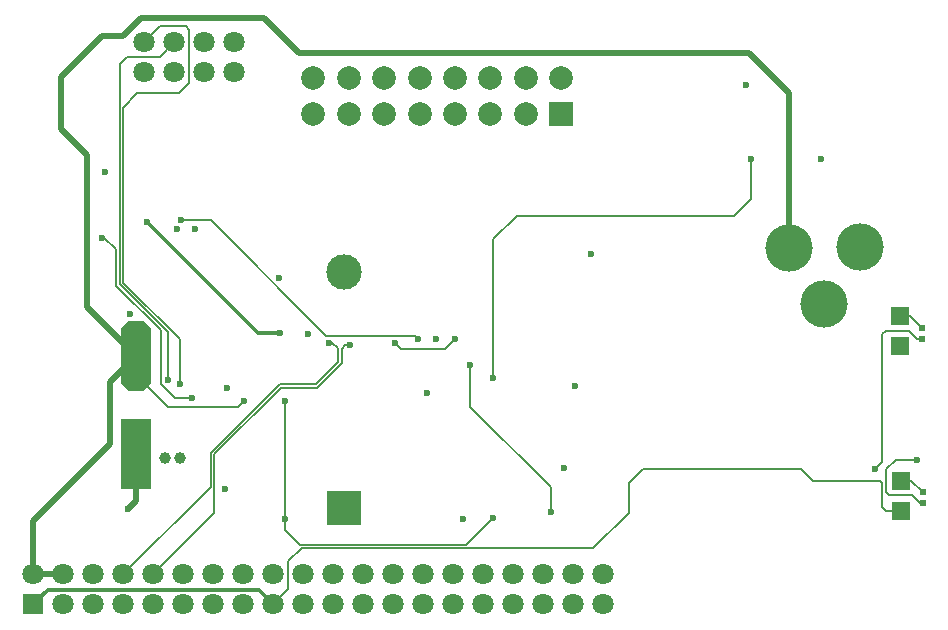
<source format=gbl>
G04 Layer_Physical_Order=4*
G04 Layer_Color=16711680*
%FSLAX44Y44*%
%MOMM*%
G71*
G01*
G75*
%ADD12C,1.8000*%
%ADD13R,1.8000X1.8000*%
%ADD28C,0.1500*%
%ADD29C,0.3000*%
%ADD32C,4.0000*%
%ADD33R,1.5000X1.5000*%
%ADD34R,3.0000X3.0000*%
%ADD35C,3.0000*%
%ADD36C,2.0000*%
%ADD37R,2.0000X2.0000*%
%ADD38C,1.0000*%
%ADD39C,0.6000*%
%ADD55R,2.5000X6.0000*%
G04:AMPARAMS|DCode=56|XSize=2.5mm|YSize=6mm|CornerRadius=0mm|HoleSize=0mm|Usage=FLASHONLY|Rotation=180.000|XOffset=0mm|YOffset=0mm|HoleType=Round|Shape=Octagon|*
%AMOCTAGOND56*
4,1,8,0.6250,-3.0000,-0.6250,-3.0000,-1.2500,-2.3750,-1.2500,2.3750,-0.6250,3.0000,0.6250,3.0000,1.2500,2.3750,1.2500,-2.3750,0.6250,-3.0000,0.0*
%
%ADD56OCTAGOND56*%

%ADD57R,0.6000X0.6000*%
%ADD58C,0.5000*%
D12*
X29085Y-62155D02*
D03*
X54485D02*
D03*
X308485Y-87556D02*
D03*
Y-62155D02*
D03*
X384685Y-87556D02*
D03*
X359285Y-62155D02*
D03*
X384685D02*
D03*
X359285Y-87556D02*
D03*
X333885Y-62155D02*
D03*
Y-87556D02*
D03*
X410085Y-62155D02*
D03*
Y-87556D02*
D03*
X435485D02*
D03*
Y-62155D02*
D03*
X283085D02*
D03*
Y-87556D02*
D03*
X257685D02*
D03*
Y-62155D02*
D03*
X232285D02*
D03*
Y-87556D02*
D03*
X206885D02*
D03*
Y-62155D02*
D03*
X-47115D02*
D03*
X-21715Y-87556D02*
D03*
Y-62155D02*
D03*
X3685D02*
D03*
Y-87556D02*
D03*
X29085D02*
D03*
X181485Y-62155D02*
D03*
Y-87556D02*
D03*
X156085D02*
D03*
Y-62155D02*
D03*
X79885Y-87556D02*
D03*
Y-62155D02*
D03*
X105285Y-87556D02*
D03*
X130685Y-62155D02*
D03*
X105285D02*
D03*
X130685Y-87556D02*
D03*
X54485D02*
D03*
X97800Y388400D02*
D03*
X123200Y363000D02*
D03*
X72400Y388400D02*
D03*
Y363000D02*
D03*
X97800D02*
D03*
X47000D02*
D03*
X123200Y388400D02*
D03*
X47000D02*
D03*
D13*
X-47115Y-87556D02*
D03*
D28*
X683000Y35000D02*
X700738D01*
X674968Y26968D02*
X683000Y35000D01*
X674968Y7842D02*
Y26968D01*
Y7842D02*
X677810Y5000D01*
X696566D01*
X703296Y-1731D01*
X705818D01*
X696292Y17272D02*
X705818Y7746D01*
X674968Y-8128D02*
X687324D01*
X671791Y-4951D02*
X674968Y-8128D01*
X671791Y-4951D02*
Y15481D01*
X670000Y17272D02*
X671791Y15481D01*
X687324Y17272D02*
X696292D01*
X701329Y137233D02*
X705000D01*
X694378Y144185D02*
X701329Y137233D01*
X674981Y144185D02*
X694378D01*
X686562Y156464D02*
X695246D01*
X705000Y146709D01*
X561000Y256000D02*
Y289496D01*
X546556Y241556D02*
X561000Y256000D01*
X362158Y241556D02*
X546556D01*
X342450Y221847D02*
X362158Y241556D01*
X342450Y103750D02*
Y221847D01*
X166000Y-15000D02*
Y85000D01*
Y-24273D02*
Y-15000D01*
X40000Y106302D02*
Y122500D01*
Y106302D02*
X66655Y79648D01*
X125966D01*
X131319Y85000D01*
X166000Y-24273D02*
X178868Y-37141D01*
X179009Y-37000D01*
X319610D01*
X342450Y-14160D01*
X156085Y-87556D02*
X169000Y-74640D01*
Y-51252D01*
X180252Y-40000D01*
X427000D01*
X457000Y-10000D01*
Y15019D01*
X468814Y26833D01*
X603167D01*
X612728Y17272D01*
X670000D01*
X671791Y140995D02*
X674981Y144185D01*
X671791Y33139D02*
Y140995D01*
X666000Y27348D02*
X671791Y33139D01*
X323000Y79648D02*
Y115000D01*
Y79648D02*
X390945Y11703D01*
Y-9000D02*
Y11703D01*
X259000Y134000D02*
X264000Y129000D01*
X301703D01*
X310000Y137297D01*
X66648Y102000D02*
Y142921D01*
X77000Y99000D02*
Y136811D01*
X29085Y184726D02*
X77000Y136811D01*
X29085Y184726D02*
Y333000D01*
X26085Y183484D02*
X66648Y142921D01*
X26085Y183484D02*
Y370085D01*
X60000Y376000D02*
X72400Y388400D01*
X26085Y370085D02*
X32000Y376000D01*
X60000D01*
X29085Y333000D02*
X41085Y345000D01*
X76400D01*
X85000Y353600D01*
Y399000D01*
X82000Y402000D02*
X85000Y399000D01*
X60600Y402000D02*
X82000D01*
X47000Y388400D02*
X60600Y402000D01*
X73165Y87048D02*
X87000D01*
X61000Y99213D02*
X73165Y87048D01*
X61000Y99213D02*
Y144326D01*
X23085Y182241D02*
X61000Y144326D01*
X23085Y182241D02*
Y213000D01*
X13153Y222931D02*
X23085Y213000D01*
X11520Y222931D02*
X13153D01*
X29085Y-62155D02*
X103308Y12068D01*
Y40643D01*
X161665Y99000D01*
X192000D01*
X211000Y118000D01*
X54485Y-62155D02*
X106308Y-10332D01*
Y39401D01*
X162907Y96000D01*
X193243D01*
X214000Y116757D01*
X203000Y134000D02*
X203000D01*
X214000Y116757D02*
Y128999D01*
X217001Y132000D01*
X221000D01*
X203000Y134000D02*
X206154D01*
X211000Y129154D01*
Y118000D02*
Y129154D01*
X276297Y140000D02*
X279000Y137297D01*
X201000Y140000D02*
X276297D01*
X103000Y238000D02*
X201000Y140000D01*
X78000Y238000D02*
X103000D01*
D29*
X-47115Y-87556D02*
X-34816Y-75256D01*
X143786D01*
X156085Y-87556D01*
X143257Y142000D02*
X161665D01*
X49257Y236000D02*
X143257Y142000D01*
D32*
X622466Y166344D02*
D03*
X652466Y214598D02*
D03*
X592466Y214344D02*
D03*
D33*
X686562Y156464D02*
D03*
Y131064D02*
D03*
X687324Y17272D02*
D03*
Y-8128D02*
D03*
D34*
X216000Y-6000D02*
D03*
D35*
Y194000D02*
D03*
D36*
X190000Y357891D02*
D03*
Y327891D02*
D03*
X220000Y357891D02*
D03*
Y327891D02*
D03*
X250000Y357891D02*
D03*
Y327891D02*
D03*
X280000Y357891D02*
D03*
Y327891D02*
D03*
X310000Y357891D02*
D03*
Y327891D02*
D03*
X340000Y357891D02*
D03*
Y327891D02*
D03*
X370000Y357891D02*
D03*
Y327891D02*
D03*
X400000Y357891D02*
D03*
D37*
Y327891D02*
D03*
D38*
X64400Y36000D02*
D03*
X77400D02*
D03*
D39*
X561000Y289496D02*
D03*
X166000Y-15000D02*
D03*
X131319Y85000D02*
D03*
X166000D02*
D03*
X161665Y142000D02*
D03*
X49257Y236000D02*
D03*
X666000Y27348D02*
D03*
X700738Y35000D02*
D03*
X317050Y-15500D02*
D03*
X286000Y91000D02*
D03*
X402000Y28165D02*
D03*
X411303Y97000D02*
D03*
X342450Y-14160D02*
D03*
Y103750D02*
D03*
X556000Y352000D02*
D03*
X619876Y289876D02*
D03*
X425000Y208813D02*
D03*
X390945Y-9000D02*
D03*
X323000Y115000D02*
D03*
X279000Y137297D02*
D03*
X294000D02*
D03*
X310000Y137297D02*
D03*
X259000Y134000D02*
D03*
X13786Y278161D02*
D03*
X115000Y10509D02*
D03*
X117000Y95395D02*
D03*
X161000Y188347D02*
D03*
X34950Y158347D02*
D03*
X185543Y141000D02*
D03*
X74507Y229840D02*
D03*
X89507D02*
D03*
X78000Y238000D02*
D03*
X66648Y102000D02*
D03*
X77000Y99000D02*
D03*
X87000Y87048D02*
D03*
X11520Y222931D02*
D03*
X203000Y134000D02*
D03*
X221000Y132000D02*
D03*
X33000Y-7000D02*
D03*
D55*
X40000Y40000D02*
D03*
D56*
Y122500D02*
D03*
D57*
X705818Y-1731D02*
D03*
Y7746D02*
D03*
X705000Y137233D02*
D03*
Y146709D02*
D03*
D58*
X592466Y214344D02*
Y345685D01*
X559151Y379000D02*
X592466Y345685D01*
X178000Y379000D02*
X559151D01*
X148169Y408831D02*
X178000Y379000D01*
X43932Y408831D02*
X148169D01*
X29101Y394000D02*
X43932Y408831D01*
X10792Y394000D02*
X29101D01*
X-24000Y359208D02*
X10792Y394000D01*
X-24000Y315000D02*
Y359208D01*
Y315000D02*
X-2000Y293000D01*
Y164500D02*
Y293000D01*
Y164500D02*
X40000Y122500D01*
Y-0D02*
Y40000D01*
X33000Y-7000D02*
X40000Y-0D01*
X-47115Y-62155D02*
X-21715D01*
X-47115D02*
Y-16773D01*
X18000Y48342D01*
Y100500D01*
X40000Y122500D01*
M02*

</source>
